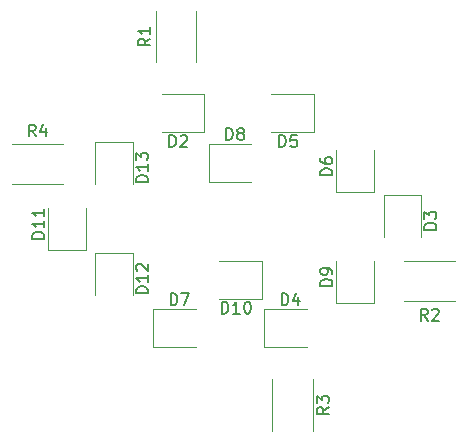
<source format=gbr>
%TF.GenerationSoftware,KiCad,Pcbnew,(5.1.9-0-10_14)*%
%TF.CreationDate,2021-08-05T12:05:48+01:00*%
%TF.ProjectId,gu10-12v-lamp,67753130-2d31-4327-962d-6c616d702e6b,rev?*%
%TF.SameCoordinates,Original*%
%TF.FileFunction,Legend,Top*%
%TF.FilePolarity,Positive*%
%FSLAX46Y46*%
G04 Gerber Fmt 4.6, Leading zero omitted, Abs format (unit mm)*
G04 Created by KiCad (PCBNEW (5.1.9-0-10_14)) date 2021-08-05 12:05:48*
%MOMM*%
%LPD*%
G01*
G04 APERTURE LIST*
%ADD10C,0.120000*%
%ADD11C,0.150000*%
G04 APERTURE END LIST*
D10*
%TO.C,D13*%
X141400000Y-96900000D02*
X141400000Y-93300000D01*
X138200000Y-96900000D02*
X138200000Y-93300000D01*
X141400000Y-93300000D02*
X138200000Y-93300000D01*
%TO.C,D12*%
X141400000Y-106300000D02*
X141400000Y-102700000D01*
X138200000Y-106300000D02*
X138200000Y-102700000D01*
X141400000Y-102700000D02*
X138200000Y-102700000D01*
%TO.C,D11*%
X134200000Y-98900000D02*
X134200000Y-102500000D01*
X137400000Y-98900000D02*
X137400000Y-102500000D01*
X134200000Y-102500000D02*
X137400000Y-102500000D01*
%TO.C,D10*%
X148700000Y-106600000D02*
X152300000Y-106600000D01*
X148700000Y-103400000D02*
X152300000Y-103400000D01*
X152300000Y-106600000D02*
X152300000Y-103400000D01*
%TO.C,D9*%
X158600000Y-103375000D02*
X158600000Y-106975000D01*
X161800000Y-103375000D02*
X161800000Y-106975000D01*
X158600000Y-106975000D02*
X161800000Y-106975000D01*
%TO.C,D8*%
X151400000Y-93500000D02*
X147800000Y-93500000D01*
X151400000Y-96700000D02*
X147800000Y-96700000D01*
X147800000Y-93500000D02*
X147800000Y-96700000D01*
%TO.C,D7*%
X146700000Y-107500000D02*
X143100000Y-107500000D01*
X146700000Y-110700000D02*
X143100000Y-110700000D01*
X143100000Y-107500000D02*
X143100000Y-110700000D01*
%TO.C,D6*%
X158600000Y-94000000D02*
X158600000Y-97600000D01*
X161800000Y-94000000D02*
X161800000Y-97600000D01*
X158600000Y-97600000D02*
X161800000Y-97600000D01*
%TO.C,D5*%
X153100000Y-92500000D02*
X156700000Y-92500000D01*
X153100000Y-89300000D02*
X156700000Y-89300000D01*
X156700000Y-92500000D02*
X156700000Y-89300000D01*
%TO.C,D4*%
X156100000Y-107500000D02*
X152500000Y-107500000D01*
X156100000Y-110700000D02*
X152500000Y-110700000D01*
X152500000Y-107500000D02*
X152500000Y-110700000D01*
%TO.C,D3*%
X165800000Y-101400000D02*
X165800000Y-97800000D01*
X162600000Y-101400000D02*
X162600000Y-97800000D01*
X165800000Y-97800000D02*
X162600000Y-97800000D01*
%TO.C,D2*%
X143800000Y-92500000D02*
X147400000Y-92500000D01*
X143800000Y-89300000D02*
X147400000Y-89300000D01*
X147400000Y-92500000D02*
X147400000Y-89300000D01*
%TO.C,R4*%
X135477064Y-96910000D02*
X131122936Y-96910000D01*
X135477064Y-93490000D02*
X131122936Y-93490000D01*
%TO.C,R3*%
X156610000Y-113422936D02*
X156610000Y-117777064D01*
X153190000Y-113422936D02*
X153190000Y-117777064D01*
%TO.C,R2*%
X164322936Y-103390000D02*
X168677064Y-103390000D01*
X164322936Y-106810000D02*
X168677064Y-106810000D01*
%TO.C,R1*%
X143290000Y-86577064D02*
X143290000Y-82222936D01*
X146710000Y-86577064D02*
X146710000Y-82222936D01*
%TO.C,D13*%
D11*
X142652380Y-96714285D02*
X141652380Y-96714285D01*
X141652380Y-96476190D01*
X141700000Y-96333333D01*
X141795238Y-96238095D01*
X141890476Y-96190476D01*
X142080952Y-96142857D01*
X142223809Y-96142857D01*
X142414285Y-96190476D01*
X142509523Y-96238095D01*
X142604761Y-96333333D01*
X142652380Y-96476190D01*
X142652380Y-96714285D01*
X142652380Y-95190476D02*
X142652380Y-95761904D01*
X142652380Y-95476190D02*
X141652380Y-95476190D01*
X141795238Y-95571428D01*
X141890476Y-95666666D01*
X141938095Y-95761904D01*
X141652380Y-94857142D02*
X141652380Y-94238095D01*
X142033333Y-94571428D01*
X142033333Y-94428571D01*
X142080952Y-94333333D01*
X142128571Y-94285714D01*
X142223809Y-94238095D01*
X142461904Y-94238095D01*
X142557142Y-94285714D01*
X142604761Y-94333333D01*
X142652380Y-94428571D01*
X142652380Y-94714285D01*
X142604761Y-94809523D01*
X142557142Y-94857142D01*
%TO.C,D12*%
X142652380Y-106114285D02*
X141652380Y-106114285D01*
X141652380Y-105876190D01*
X141700000Y-105733333D01*
X141795238Y-105638095D01*
X141890476Y-105590476D01*
X142080952Y-105542857D01*
X142223809Y-105542857D01*
X142414285Y-105590476D01*
X142509523Y-105638095D01*
X142604761Y-105733333D01*
X142652380Y-105876190D01*
X142652380Y-106114285D01*
X142652380Y-104590476D02*
X142652380Y-105161904D01*
X142652380Y-104876190D02*
X141652380Y-104876190D01*
X141795238Y-104971428D01*
X141890476Y-105066666D01*
X141938095Y-105161904D01*
X141747619Y-104209523D02*
X141700000Y-104161904D01*
X141652380Y-104066666D01*
X141652380Y-103828571D01*
X141700000Y-103733333D01*
X141747619Y-103685714D01*
X141842857Y-103638095D01*
X141938095Y-103638095D01*
X142080952Y-103685714D01*
X142652380Y-104257142D01*
X142652380Y-103638095D01*
%TO.C,D11*%
X133852380Y-101514285D02*
X132852380Y-101514285D01*
X132852380Y-101276190D01*
X132900000Y-101133333D01*
X132995238Y-101038095D01*
X133090476Y-100990476D01*
X133280952Y-100942857D01*
X133423809Y-100942857D01*
X133614285Y-100990476D01*
X133709523Y-101038095D01*
X133804761Y-101133333D01*
X133852380Y-101276190D01*
X133852380Y-101514285D01*
X133852380Y-99990476D02*
X133852380Y-100561904D01*
X133852380Y-100276190D02*
X132852380Y-100276190D01*
X132995238Y-100371428D01*
X133090476Y-100466666D01*
X133138095Y-100561904D01*
X133852380Y-99038095D02*
X133852380Y-99609523D01*
X133852380Y-99323809D02*
X132852380Y-99323809D01*
X132995238Y-99419047D01*
X133090476Y-99514285D01*
X133138095Y-99609523D01*
%TO.C,D10*%
X148885714Y-107852380D02*
X148885714Y-106852380D01*
X149123809Y-106852380D01*
X149266666Y-106900000D01*
X149361904Y-106995238D01*
X149409523Y-107090476D01*
X149457142Y-107280952D01*
X149457142Y-107423809D01*
X149409523Y-107614285D01*
X149361904Y-107709523D01*
X149266666Y-107804761D01*
X149123809Y-107852380D01*
X148885714Y-107852380D01*
X150409523Y-107852380D02*
X149838095Y-107852380D01*
X150123809Y-107852380D02*
X150123809Y-106852380D01*
X150028571Y-106995238D01*
X149933333Y-107090476D01*
X149838095Y-107138095D01*
X151028571Y-106852380D02*
X151123809Y-106852380D01*
X151219047Y-106900000D01*
X151266666Y-106947619D01*
X151314285Y-107042857D01*
X151361904Y-107233333D01*
X151361904Y-107471428D01*
X151314285Y-107661904D01*
X151266666Y-107757142D01*
X151219047Y-107804761D01*
X151123809Y-107852380D01*
X151028571Y-107852380D01*
X150933333Y-107804761D01*
X150885714Y-107757142D01*
X150838095Y-107661904D01*
X150790476Y-107471428D01*
X150790476Y-107233333D01*
X150838095Y-107042857D01*
X150885714Y-106947619D01*
X150933333Y-106900000D01*
X151028571Y-106852380D01*
%TO.C,D9*%
X158252380Y-105513095D02*
X157252380Y-105513095D01*
X157252380Y-105275000D01*
X157300000Y-105132142D01*
X157395238Y-105036904D01*
X157490476Y-104989285D01*
X157680952Y-104941666D01*
X157823809Y-104941666D01*
X158014285Y-104989285D01*
X158109523Y-105036904D01*
X158204761Y-105132142D01*
X158252380Y-105275000D01*
X158252380Y-105513095D01*
X158252380Y-104465476D02*
X158252380Y-104275000D01*
X158204761Y-104179761D01*
X158157142Y-104132142D01*
X158014285Y-104036904D01*
X157823809Y-103989285D01*
X157442857Y-103989285D01*
X157347619Y-104036904D01*
X157300000Y-104084523D01*
X157252380Y-104179761D01*
X157252380Y-104370238D01*
X157300000Y-104465476D01*
X157347619Y-104513095D01*
X157442857Y-104560714D01*
X157680952Y-104560714D01*
X157776190Y-104513095D01*
X157823809Y-104465476D01*
X157871428Y-104370238D01*
X157871428Y-104179761D01*
X157823809Y-104084523D01*
X157776190Y-104036904D01*
X157680952Y-103989285D01*
%TO.C,D8*%
X149261904Y-93152380D02*
X149261904Y-92152380D01*
X149500000Y-92152380D01*
X149642857Y-92200000D01*
X149738095Y-92295238D01*
X149785714Y-92390476D01*
X149833333Y-92580952D01*
X149833333Y-92723809D01*
X149785714Y-92914285D01*
X149738095Y-93009523D01*
X149642857Y-93104761D01*
X149500000Y-93152380D01*
X149261904Y-93152380D01*
X150404761Y-92580952D02*
X150309523Y-92533333D01*
X150261904Y-92485714D01*
X150214285Y-92390476D01*
X150214285Y-92342857D01*
X150261904Y-92247619D01*
X150309523Y-92200000D01*
X150404761Y-92152380D01*
X150595238Y-92152380D01*
X150690476Y-92200000D01*
X150738095Y-92247619D01*
X150785714Y-92342857D01*
X150785714Y-92390476D01*
X150738095Y-92485714D01*
X150690476Y-92533333D01*
X150595238Y-92580952D01*
X150404761Y-92580952D01*
X150309523Y-92628571D01*
X150261904Y-92676190D01*
X150214285Y-92771428D01*
X150214285Y-92961904D01*
X150261904Y-93057142D01*
X150309523Y-93104761D01*
X150404761Y-93152380D01*
X150595238Y-93152380D01*
X150690476Y-93104761D01*
X150738095Y-93057142D01*
X150785714Y-92961904D01*
X150785714Y-92771428D01*
X150738095Y-92676190D01*
X150690476Y-92628571D01*
X150595238Y-92580952D01*
%TO.C,D7*%
X144561904Y-107152380D02*
X144561904Y-106152380D01*
X144800000Y-106152380D01*
X144942857Y-106200000D01*
X145038095Y-106295238D01*
X145085714Y-106390476D01*
X145133333Y-106580952D01*
X145133333Y-106723809D01*
X145085714Y-106914285D01*
X145038095Y-107009523D01*
X144942857Y-107104761D01*
X144800000Y-107152380D01*
X144561904Y-107152380D01*
X145466666Y-106152380D02*
X146133333Y-106152380D01*
X145704761Y-107152380D01*
%TO.C,D6*%
X158252380Y-96138095D02*
X157252380Y-96138095D01*
X157252380Y-95900000D01*
X157300000Y-95757142D01*
X157395238Y-95661904D01*
X157490476Y-95614285D01*
X157680952Y-95566666D01*
X157823809Y-95566666D01*
X158014285Y-95614285D01*
X158109523Y-95661904D01*
X158204761Y-95757142D01*
X158252380Y-95900000D01*
X158252380Y-96138095D01*
X157252380Y-94709523D02*
X157252380Y-94900000D01*
X157300000Y-94995238D01*
X157347619Y-95042857D01*
X157490476Y-95138095D01*
X157680952Y-95185714D01*
X158061904Y-95185714D01*
X158157142Y-95138095D01*
X158204761Y-95090476D01*
X158252380Y-94995238D01*
X158252380Y-94804761D01*
X158204761Y-94709523D01*
X158157142Y-94661904D01*
X158061904Y-94614285D01*
X157823809Y-94614285D01*
X157728571Y-94661904D01*
X157680952Y-94709523D01*
X157633333Y-94804761D01*
X157633333Y-94995238D01*
X157680952Y-95090476D01*
X157728571Y-95138095D01*
X157823809Y-95185714D01*
%TO.C,D5*%
X153761904Y-93752380D02*
X153761904Y-92752380D01*
X154000000Y-92752380D01*
X154142857Y-92800000D01*
X154238095Y-92895238D01*
X154285714Y-92990476D01*
X154333333Y-93180952D01*
X154333333Y-93323809D01*
X154285714Y-93514285D01*
X154238095Y-93609523D01*
X154142857Y-93704761D01*
X154000000Y-93752380D01*
X153761904Y-93752380D01*
X155238095Y-92752380D02*
X154761904Y-92752380D01*
X154714285Y-93228571D01*
X154761904Y-93180952D01*
X154857142Y-93133333D01*
X155095238Y-93133333D01*
X155190476Y-93180952D01*
X155238095Y-93228571D01*
X155285714Y-93323809D01*
X155285714Y-93561904D01*
X155238095Y-93657142D01*
X155190476Y-93704761D01*
X155095238Y-93752380D01*
X154857142Y-93752380D01*
X154761904Y-93704761D01*
X154714285Y-93657142D01*
%TO.C,D4*%
X153961904Y-107152380D02*
X153961904Y-106152380D01*
X154200000Y-106152380D01*
X154342857Y-106200000D01*
X154438095Y-106295238D01*
X154485714Y-106390476D01*
X154533333Y-106580952D01*
X154533333Y-106723809D01*
X154485714Y-106914285D01*
X154438095Y-107009523D01*
X154342857Y-107104761D01*
X154200000Y-107152380D01*
X153961904Y-107152380D01*
X155390476Y-106485714D02*
X155390476Y-107152380D01*
X155152380Y-106104761D02*
X154914285Y-106819047D01*
X155533333Y-106819047D01*
%TO.C,D3*%
X167052380Y-100738095D02*
X166052380Y-100738095D01*
X166052380Y-100500000D01*
X166100000Y-100357142D01*
X166195238Y-100261904D01*
X166290476Y-100214285D01*
X166480952Y-100166666D01*
X166623809Y-100166666D01*
X166814285Y-100214285D01*
X166909523Y-100261904D01*
X167004761Y-100357142D01*
X167052380Y-100500000D01*
X167052380Y-100738095D01*
X166052380Y-99833333D02*
X166052380Y-99214285D01*
X166433333Y-99547619D01*
X166433333Y-99404761D01*
X166480952Y-99309523D01*
X166528571Y-99261904D01*
X166623809Y-99214285D01*
X166861904Y-99214285D01*
X166957142Y-99261904D01*
X167004761Y-99309523D01*
X167052380Y-99404761D01*
X167052380Y-99690476D01*
X167004761Y-99785714D01*
X166957142Y-99833333D01*
%TO.C,D2*%
X144461904Y-93752380D02*
X144461904Y-92752380D01*
X144700000Y-92752380D01*
X144842857Y-92800000D01*
X144938095Y-92895238D01*
X144985714Y-92990476D01*
X145033333Y-93180952D01*
X145033333Y-93323809D01*
X144985714Y-93514285D01*
X144938095Y-93609523D01*
X144842857Y-93704761D01*
X144700000Y-93752380D01*
X144461904Y-93752380D01*
X145414285Y-92847619D02*
X145461904Y-92800000D01*
X145557142Y-92752380D01*
X145795238Y-92752380D01*
X145890476Y-92800000D01*
X145938095Y-92847619D01*
X145985714Y-92942857D01*
X145985714Y-93038095D01*
X145938095Y-93180952D01*
X145366666Y-93752380D01*
X145985714Y-93752380D01*
%TO.C,R4*%
X133133333Y-92852380D02*
X132800000Y-92376190D01*
X132561904Y-92852380D02*
X132561904Y-91852380D01*
X132942857Y-91852380D01*
X133038095Y-91900000D01*
X133085714Y-91947619D01*
X133133333Y-92042857D01*
X133133333Y-92185714D01*
X133085714Y-92280952D01*
X133038095Y-92328571D01*
X132942857Y-92376190D01*
X132561904Y-92376190D01*
X133990476Y-92185714D02*
X133990476Y-92852380D01*
X133752380Y-91804761D02*
X133514285Y-92519047D01*
X134133333Y-92519047D01*
%TO.C,R3*%
X157972380Y-115766666D02*
X157496190Y-116100000D01*
X157972380Y-116338095D02*
X156972380Y-116338095D01*
X156972380Y-115957142D01*
X157020000Y-115861904D01*
X157067619Y-115814285D01*
X157162857Y-115766666D01*
X157305714Y-115766666D01*
X157400952Y-115814285D01*
X157448571Y-115861904D01*
X157496190Y-115957142D01*
X157496190Y-116338095D01*
X156972380Y-115433333D02*
X156972380Y-114814285D01*
X157353333Y-115147619D01*
X157353333Y-115004761D01*
X157400952Y-114909523D01*
X157448571Y-114861904D01*
X157543809Y-114814285D01*
X157781904Y-114814285D01*
X157877142Y-114861904D01*
X157924761Y-114909523D01*
X157972380Y-115004761D01*
X157972380Y-115290476D01*
X157924761Y-115385714D01*
X157877142Y-115433333D01*
%TO.C,R2*%
X166333333Y-108452380D02*
X166000000Y-107976190D01*
X165761904Y-108452380D02*
X165761904Y-107452380D01*
X166142857Y-107452380D01*
X166238095Y-107500000D01*
X166285714Y-107547619D01*
X166333333Y-107642857D01*
X166333333Y-107785714D01*
X166285714Y-107880952D01*
X166238095Y-107928571D01*
X166142857Y-107976190D01*
X165761904Y-107976190D01*
X166714285Y-107547619D02*
X166761904Y-107500000D01*
X166857142Y-107452380D01*
X167095238Y-107452380D01*
X167190476Y-107500000D01*
X167238095Y-107547619D01*
X167285714Y-107642857D01*
X167285714Y-107738095D01*
X167238095Y-107880952D01*
X166666666Y-108452380D01*
X167285714Y-108452380D01*
%TO.C,R1*%
X142832380Y-84566666D02*
X142356190Y-84900000D01*
X142832380Y-85138095D02*
X141832380Y-85138095D01*
X141832380Y-84757142D01*
X141880000Y-84661904D01*
X141927619Y-84614285D01*
X142022857Y-84566666D01*
X142165714Y-84566666D01*
X142260952Y-84614285D01*
X142308571Y-84661904D01*
X142356190Y-84757142D01*
X142356190Y-85138095D01*
X142832380Y-83614285D02*
X142832380Y-84185714D01*
X142832380Y-83900000D02*
X141832380Y-83900000D01*
X141975238Y-83995238D01*
X142070476Y-84090476D01*
X142118095Y-84185714D01*
%TD*%
M02*

</source>
